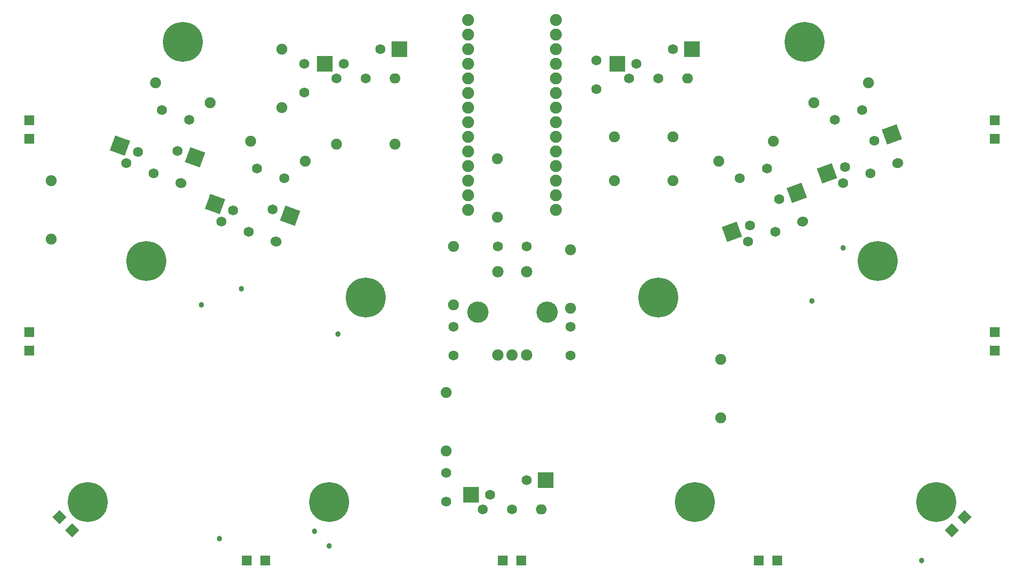
<source format=gbs>
G04*
G04 #@! TF.GenerationSoftware,Altium Limited,CircuitMaker,2.1.0 (2.1.0.4)*
G04*
G04 Layer_Color=8150272*
%FSLAX25Y25*%
%MOIN*%
G70*
G04*
G04 #@! TF.SameCoordinates,28D2FB88-65ED-4333-9925-A9BECD5D763D*
G04*
G04*
G04 #@! TF.FilePolarity,Negative*
G04*
G01*
G75*
%ADD13R,0.06706X0.06706*%
%ADD16C,0.08200*%
%ADD17C,0.07493*%
G04:AMPARAMS|DCode=18|XSize=74.93mil|YSize=68mil|CornerRadius=0mil|HoleSize=0mil|Usage=FLASHONLY|Rotation=340.000|XOffset=0mil|YOffset=0mil|HoleType=Round|Shape=Round|*
%AMOVALD18*
21,1,0.00693,0.06800,0.00000,0.00000,340.0*
1,1,0.06800,-0.00326,0.00119*
1,1,0.06800,0.00326,-0.00119*
%
%ADD18OVALD18*%

%ADD19C,0.06800*%
%ADD20C,0.07800*%
%ADD21C,0.14579*%
%ADD22C,0.27300*%
%ADD23O,0.07493X0.06800*%
G04:AMPARAMS|DCode=24|XSize=74.93mil|YSize=68mil|CornerRadius=0mil|HoleSize=0mil|Usage=FLASHONLY|Rotation=20.000|XOffset=0mil|YOffset=0mil|HoleType=Round|Shape=Round|*
%AMOVALD24*
21,1,0.00693,0.06800,0.00000,0.00000,20.0*
1,1,0.06800,-0.00326,-0.00119*
1,1,0.06800,0.00326,0.00119*
%
%ADD24OVALD24*%

%ADD25C,0.03800*%
%ADD46P,0.09483X4X180.0*%
%ADD47R,0.06706X0.06706*%
%ADD48P,0.09483X4X90.0*%
%ADD49P,0.15274X4X385.0*%
%ADD50P,0.15274X4X65.0*%
%ADD51R,0.10800X0.10800*%
D13*
X181299Y20000D02*
D03*
X343701D02*
D03*
X356299D02*
D03*
X518701D02*
D03*
X531299D02*
D03*
X168701D02*
D03*
D16*
X320000Y290000D02*
D03*
X380000Y340000D02*
D03*
X320000Y310000D02*
D03*
Y300000D02*
D03*
Y280000D02*
D03*
Y390000D02*
D03*
Y380000D02*
D03*
Y370000D02*
D03*
Y360000D02*
D03*
Y350000D02*
D03*
Y340000D02*
D03*
Y330000D02*
D03*
Y320000D02*
D03*
Y270000D02*
D03*
Y260000D02*
D03*
X380000Y390000D02*
D03*
Y380000D02*
D03*
Y370000D02*
D03*
Y360000D02*
D03*
Y350000D02*
D03*
Y330000D02*
D03*
Y320000D02*
D03*
Y310000D02*
D03*
Y300000D02*
D03*
Y290000D02*
D03*
Y280000D02*
D03*
Y270000D02*
D03*
Y260000D02*
D03*
D17*
X35000Y280000D02*
D03*
X230000Y305000D02*
D03*
X270000D02*
D03*
X35000Y240000D02*
D03*
X460000Y280000D02*
D03*
X556206Y333160D02*
D03*
X492500Y157500D02*
D03*
Y117500D02*
D03*
X420000Y280000D02*
D03*
Y310000D02*
D03*
X460000D02*
D03*
X593794Y346840D02*
D03*
X528794Y306840D02*
D03*
X491206Y293160D02*
D03*
X305000Y95000D02*
D03*
Y135000D02*
D03*
X390000Y192500D02*
D03*
Y232500D02*
D03*
X310000Y195000D02*
D03*
Y235000D02*
D03*
X340000Y255000D02*
D03*
Y295000D02*
D03*
X192500Y370000D02*
D03*
Y330000D02*
D03*
X171206Y306840D02*
D03*
X208794Y293160D02*
D03*
X106206Y346840D02*
D03*
X143794Y333160D02*
D03*
D18*
X123794Y278160D02*
D03*
X188794Y238160D02*
D03*
D19*
X94325Y299527D02*
D03*
X105000Y285000D02*
D03*
X86206Y291840D02*
D03*
X121237Y300374D02*
D03*
X208000Y359843D02*
D03*
Y340157D02*
D03*
X570751Y321634D02*
D03*
X589249Y328366D02*
D03*
X505751Y281634D02*
D03*
X524249Y288366D02*
D03*
X407500Y342657D02*
D03*
Y362343D02*
D03*
X305000Y79843D02*
D03*
Y60157D02*
D03*
X390000Y160157D02*
D03*
Y179843D02*
D03*
X310000Y160157D02*
D03*
Y179843D02*
D03*
X359843Y235000D02*
D03*
X340157D02*
D03*
X194249Y281634D02*
D03*
X175751Y288366D02*
D03*
X129249Y321634D02*
D03*
X110751Y328366D02*
D03*
X430000Y350000D02*
D03*
X450000D02*
D03*
X435000Y360000D02*
D03*
X460000Y370000D02*
D03*
X230000Y350000D02*
D03*
X250000D02*
D03*
X235000Y360000D02*
D03*
X260000Y370000D02*
D03*
X330000Y55000D02*
D03*
X350000D02*
D03*
X335000Y65000D02*
D03*
X360000Y75000D02*
D03*
X597556Y307214D02*
D03*
X577485Y289267D02*
D03*
X595000Y285000D02*
D03*
X576206Y278160D02*
D03*
X532556Y267214D02*
D03*
X512485Y249267D02*
D03*
X530000Y245000D02*
D03*
X511206Y238160D02*
D03*
X151206Y251840D02*
D03*
X170000Y245000D02*
D03*
X159325Y259527D02*
D03*
X186237Y260374D02*
D03*
D20*
X359842Y160472D02*
D03*
X350000D02*
D03*
X340158D02*
D03*
X359842Y217559D02*
D03*
X340158D02*
D03*
D21*
X374000Y190000D02*
D03*
X326500D02*
D03*
D22*
X475000Y60000D02*
D03*
X600000Y225000D02*
D03*
X640000Y60000D02*
D03*
X60000D02*
D03*
X225000D02*
D03*
X100000Y225000D02*
D03*
X125000Y375000D02*
D03*
X250000Y200000D02*
D03*
X450000D02*
D03*
X550000Y375000D02*
D03*
D23*
X470000Y350000D02*
D03*
X270000D02*
D03*
X370000Y55000D02*
D03*
D24*
X613794Y291840D02*
D03*
X548794Y251840D02*
D03*
D25*
X576385Y234000D02*
D03*
X231000Y175000D02*
D03*
X165000Y206000D02*
D03*
X137500Y195000D02*
D03*
X225000Y30000D02*
D03*
X215000Y40000D02*
D03*
X150000Y35000D02*
D03*
X555000Y197500D02*
D03*
X630000Y20000D02*
D03*
D46*
X40546Y49454D02*
D03*
X49454Y40546D02*
D03*
D47*
X20000Y176299D02*
D03*
Y321299D02*
D03*
Y308701D02*
D03*
X680000Y176299D02*
D03*
Y163701D02*
D03*
Y308701D02*
D03*
Y321299D02*
D03*
X20000Y163701D02*
D03*
D48*
X650546Y40546D02*
D03*
X659454Y49454D02*
D03*
D49*
X133453Y295927D02*
D03*
X82109Y303974D02*
D03*
X147109Y263973D02*
D03*
X198453Y255927D02*
D03*
D50*
X565268Y284820D02*
D03*
X609773Y311660D02*
D03*
X544773Y271660D02*
D03*
X500268Y244820D02*
D03*
D51*
X422000Y360000D02*
D03*
X473000Y370000D02*
D03*
X222000Y360000D02*
D03*
X273000Y370000D02*
D03*
X322000Y65000D02*
D03*
X373000Y75000D02*
D03*
M02*

</source>
